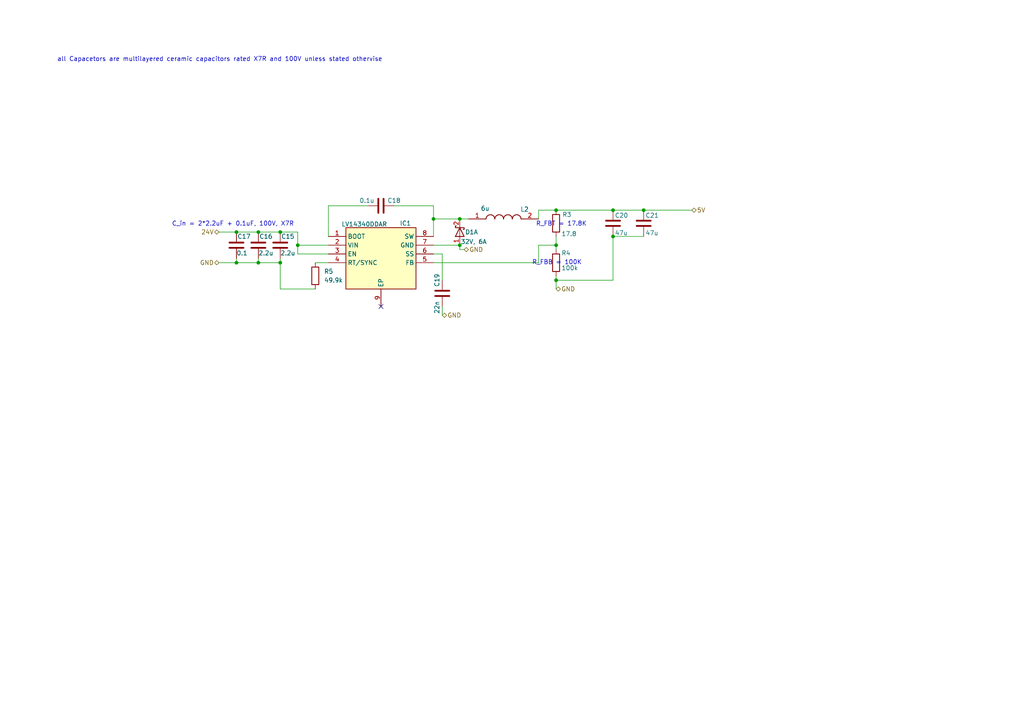
<source format=kicad_sch>
(kicad_sch
	(version 20231120)
	(generator "eeschema")
	(generator_version "8.0")
	(uuid "6e1073be-cf1e-4363-b660-90926d0fe093")
	(paper "A4")
	(title_block
		(title "24V -> 5V SMP")
		(date "2024-08-28")
		(rev "1.0")
		(company "DanSTAR")
		(comment 1 "David")
	)
	(lib_symbols
		(symbol "Device:C"
			(pin_numbers hide)
			(pin_names
				(offset 0.254)
			)
			(exclude_from_sim no)
			(in_bom yes)
			(on_board yes)
			(property "Reference" "C"
				(at 0.635 2.54 0)
				(effects
					(font
						(size 1.27 1.27)
					)
					(justify left)
				)
			)
			(property "Value" "C"
				(at 0.635 -2.54 0)
				(effects
					(font
						(size 1.27 1.27)
					)
					(justify left)
				)
			)
			(property "Footprint" ""
				(at 0.9652 -3.81 0)
				(effects
					(font
						(size 1.27 1.27)
					)
					(hide yes)
				)
			)
			(property "Datasheet" "~"
				(at 0 0 0)
				(effects
					(font
						(size 1.27 1.27)
					)
					(hide yes)
				)
			)
			(property "Description" "Unpolarized capacitor"
				(at 0 0 0)
				(effects
					(font
						(size 1.27 1.27)
					)
					(hide yes)
				)
			)
			(property "ki_keywords" "cap capacitor"
				(at 0 0 0)
				(effects
					(font
						(size 1.27 1.27)
					)
					(hide yes)
				)
			)
			(property "ki_fp_filters" "C_*"
				(at 0 0 0)
				(effects
					(font
						(size 1.27 1.27)
					)
					(hide yes)
				)
			)
			(symbol "C_0_1"
				(polyline
					(pts
						(xy -2.032 -0.762) (xy 2.032 -0.762)
					)
					(stroke
						(width 0.508)
						(type default)
					)
					(fill
						(type none)
					)
				)
				(polyline
					(pts
						(xy -2.032 0.762) (xy 2.032 0.762)
					)
					(stroke
						(width 0.508)
						(type default)
					)
					(fill
						(type none)
					)
				)
			)
			(symbol "C_1_1"
				(pin passive line
					(at 0 3.81 270)
					(length 2.794)
					(name "~"
						(effects
							(font
								(size 1.27 1.27)
							)
						)
					)
					(number "1"
						(effects
							(font
								(size 1.27 1.27)
							)
						)
					)
				)
				(pin passive line
					(at 0 -3.81 90)
					(length 2.794)
					(name "~"
						(effects
							(font
								(size 1.27 1.27)
							)
						)
					)
					(number "2"
						(effects
							(font
								(size 1.27 1.27)
							)
						)
					)
				)
			)
		)
		(symbol "Device:D_Schottky_Dual_Series_ACK_Split"
			(pin_names
				(offset 0.762) hide)
			(exclude_from_sim no)
			(in_bom yes)
			(on_board yes)
			(property "Reference" "D"
				(at 0 2.54 0)
				(effects
					(font
						(size 1.27 1.27)
					)
				)
			)
			(property "Value" "D_Schottky_Dual_Series_ACK_Split"
				(at 0 -2.54 0)
				(effects
					(font
						(size 1.27 1.27)
					)
				)
			)
			(property "Footprint" ""
				(at -2.54 -2.54 0)
				(effects
					(font
						(size 1.27 1.27)
					)
					(hide yes)
				)
			)
			(property "Datasheet" "~"
				(at -2.54 -2.54 0)
				(effects
					(font
						(size 1.27 1.27)
					)
					(hide yes)
				)
			)
			(property "Description" "Dual Schottky diode, anode/center/cathode"
				(at 0 0 0)
				(effects
					(font
						(size 1.27 1.27)
					)
					(hide yes)
				)
			)
			(property "ki_locked" ""
				(at 0 0 0)
				(effects
					(font
						(size 1.27 1.27)
					)
				)
			)
			(property "ki_keywords" "diode"
				(at 0 0 0)
				(effects
					(font
						(size 1.27 1.27)
					)
					(hide yes)
				)
			)
			(symbol "D_Schottky_Dual_Series_ACK_Split_0_1"
				(pin passive line
					(at 3.81 0 180)
					(length 2.54)
					(name "K"
						(effects
							(font
								(size 1.27 1.27)
							)
						)
					)
					(number "2"
						(effects
							(font
								(size 1.27 1.27)
							)
						)
					)
				)
			)
			(symbol "D_Schottky_Dual_Series_ACK_Split_1_1"
				(polyline
					(pts
						(xy 1.27 0) (xy -1.27 0)
					)
					(stroke
						(width 0)
						(type default)
					)
					(fill
						(type none)
					)
				)
				(polyline
					(pts
						(xy -1.27 1.27) (xy 1.27 0) (xy -1.27 -1.27) (xy -1.27 1.27) (xy -1.27 1.27) (xy -1.27 1.27)
					)
					(stroke
						(width 0.254)
						(type default)
					)
					(fill
						(type none)
					)
				)
				(polyline
					(pts
						(xy 1.778 1.016) (xy 1.778 1.27) (xy 1.27 1.27) (xy 1.27 -1.27) (xy 0.762 -1.27) (xy 0.762 -1.016)
					)
					(stroke
						(width 0.254)
						(type default)
					)
					(fill
						(type none)
					)
				)
				(pin passive line
					(at -3.81 0 0)
					(length 2.54)
					(name "A"
						(effects
							(font
								(size 1.27 1.27)
							)
						)
					)
					(number "1"
						(effects
							(font
								(size 1.27 1.27)
							)
						)
					)
				)
			)
			(symbol "D_Schottky_Dual_Series_ACK_Split_2_1"
				(polyline
					(pts
						(xy -1.27 0) (xy 1.27 0)
					)
					(stroke
						(width 0)
						(type default)
					)
					(fill
						(type none)
					)
				)
				(polyline
					(pts
						(xy -1.778 1.016) (xy -1.778 1.27) (xy -1.27 1.27) (xy -1.27 -1.27) (xy -0.762 -1.27) (xy -0.762 -1.016)
					)
					(stroke
						(width 0.254)
						(type default)
					)
					(fill
						(type none)
					)
				)
				(polyline
					(pts
						(xy 1.27 1.27) (xy -1.27 0) (xy 1.27 -1.27) (xy 1.27 1.27) (xy 1.27 1.27) (xy 1.27 1.27)
					)
					(stroke
						(width 0.254)
						(type default)
					)
					(fill
						(type none)
					)
				)
				(pin passive line
					(at -3.81 0 0)
					(length 2.54)
					(name "K"
						(effects
							(font
								(size 1.27 1.27)
							)
						)
					)
					(number "3"
						(effects
							(font
								(size 1.27 1.27)
							)
						)
					)
				)
			)
		)
		(symbol "Device:R"
			(pin_numbers hide)
			(pin_names
				(offset 0)
			)
			(exclude_from_sim no)
			(in_bom yes)
			(on_board yes)
			(property "Reference" "R"
				(at 2.032 0 90)
				(effects
					(font
						(size 1.27 1.27)
					)
				)
			)
			(property "Value" "R"
				(at 0 0 90)
				(effects
					(font
						(size 1.27 1.27)
					)
				)
			)
			(property "Footprint" ""
				(at -1.778 0 90)
				(effects
					(font
						(size 1.27 1.27)
					)
					(hide yes)
				)
			)
			(property "Datasheet" "~"
				(at 0 0 0)
				(effects
					(font
						(size 1.27 1.27)
					)
					(hide yes)
				)
			)
			(property "Description" "Resistor"
				(at 0 0 0)
				(effects
					(font
						(size 1.27 1.27)
					)
					(hide yes)
				)
			)
			(property "ki_keywords" "R res resistor"
				(at 0 0 0)
				(effects
					(font
						(size 1.27 1.27)
					)
					(hide yes)
				)
			)
			(property "ki_fp_filters" "R_*"
				(at 0 0 0)
				(effects
					(font
						(size 1.27 1.27)
					)
					(hide yes)
				)
			)
			(symbol "R_0_1"
				(rectangle
					(start -1.016 -2.54)
					(end 1.016 2.54)
					(stroke
						(width 0.254)
						(type default)
					)
					(fill
						(type none)
					)
				)
			)
			(symbol "R_1_1"
				(pin passive line
					(at 0 3.81 270)
					(length 1.27)
					(name "~"
						(effects
							(font
								(size 1.27 1.27)
							)
						)
					)
					(number "1"
						(effects
							(font
								(size 1.27 1.27)
							)
						)
					)
				)
				(pin passive line
					(at 0 -3.81 90)
					(length 1.27)
					(name "~"
						(effects
							(font
								(size 1.27 1.27)
							)
						)
					)
					(number "2"
						(effects
							(font
								(size 1.27 1.27)
							)
						)
					)
				)
			)
		)
		(symbol "SamacSys_Parts:LV14340DDAR"
			(exclude_from_sim no)
			(in_bom yes)
			(on_board yes)
			(property "Reference" "IC"
				(at 26.67 7.62 0)
				(effects
					(font
						(size 1.27 1.27)
					)
					(justify left top)
				)
			)
			(property "Value" "LV14340DDAR"
				(at 26.67 5.08 0)
				(effects
					(font
						(size 1.27 1.27)
					)
					(justify left top)
				)
			)
			(property "Footprint" "SOIC127P600X170-9N"
				(at 26.67 -94.92 0)
				(effects
					(font
						(size 1.27 1.27)
					)
					(justify left top)
					(hide yes)
				)
			)
			(property "Datasheet" "https://www.ti.com/lit/ds/symlink/lv14340.pdf?ts=1711947482949&ref_url=https%253A%252F%252Fwww.ti.com%252Fsitesearch%252Fen-us%252Fdocs%252Funiversalsearch.tsp%253FlangPref%253Den-US%2526searchTerm%253DLV14340DDAR%2526nr%253D3"
				(at 26.67 -194.92 0)
				(effects
					(font
						(size 1.27 1.27)
					)
					(justify left top)
					(hide yes)
				)
			)
			(property "Description" "Switching Voltage Regulators 40-V, 3.5-A, 2-MHz step-down converter 8-SO PowerPAD -40 to 125"
				(at 0 0 0)
				(effects
					(font
						(size 1.27 1.27)
					)
					(hide yes)
				)
			)
			(property "Height" "1.7"
				(at 26.67 -394.92 0)
				(effects
					(font
						(size 1.27 1.27)
					)
					(justify left top)
					(hide yes)
				)
			)
			(property "Mouser Part Number" "595-LV14340DDAR"
				(at 26.67 -494.92 0)
				(effects
					(font
						(size 1.27 1.27)
					)
					(justify left top)
					(hide yes)
				)
			)
			(property "Mouser Price/Stock" "https://www.mouser.co.uk/ProductDetail/Texas-Instruments/LV14340DDAR?qs=GBLSl2AkirtK9nNlOxYbSw%3D%3D"
				(at 26.67 -594.92 0)
				(effects
					(font
						(size 1.27 1.27)
					)
					(justify left top)
					(hide yes)
				)
			)
			(property "Manufacturer_Name" "Texas Instruments"
				(at 26.67 -694.92 0)
				(effects
					(font
						(size 1.27 1.27)
					)
					(justify left top)
					(hide yes)
				)
			)
			(property "Manufacturer_Part_Number" "LV14340DDAR"
				(at 26.67 -794.92 0)
				(effects
					(font
						(size 1.27 1.27)
					)
					(justify left top)
					(hide yes)
				)
			)
			(symbol "LV14340DDAR_1_1"
				(rectangle
					(start 5.08 2.54)
					(end 25.4 -15.24)
					(stroke
						(width 0.254)
						(type default)
					)
					(fill
						(type background)
					)
				)
				(pin passive line
					(at 0 0 0)
					(length 5.08)
					(name "BOOT"
						(effects
							(font
								(size 1.27 1.27)
							)
						)
					)
					(number "1"
						(effects
							(font
								(size 1.27 1.27)
							)
						)
					)
				)
				(pin passive line
					(at 0 -2.54 0)
					(length 5.08)
					(name "VIN"
						(effects
							(font
								(size 1.27 1.27)
							)
						)
					)
					(number "2"
						(effects
							(font
								(size 1.27 1.27)
							)
						)
					)
				)
				(pin passive line
					(at 0 -5.08 0)
					(length 5.08)
					(name "EN"
						(effects
							(font
								(size 1.27 1.27)
							)
						)
					)
					(number "3"
						(effects
							(font
								(size 1.27 1.27)
							)
						)
					)
				)
				(pin passive line
					(at 0 -7.62 0)
					(length 5.08)
					(name "RT/SYNC"
						(effects
							(font
								(size 1.27 1.27)
							)
						)
					)
					(number "4"
						(effects
							(font
								(size 1.27 1.27)
							)
						)
					)
				)
				(pin passive line
					(at 30.48 -7.62 180)
					(length 5.08)
					(name "FB"
						(effects
							(font
								(size 1.27 1.27)
							)
						)
					)
					(number "5"
						(effects
							(font
								(size 1.27 1.27)
							)
						)
					)
				)
				(pin passive line
					(at 30.48 -5.08 180)
					(length 5.08)
					(name "SS"
						(effects
							(font
								(size 1.27 1.27)
							)
						)
					)
					(number "6"
						(effects
							(font
								(size 1.27 1.27)
							)
						)
					)
				)
				(pin passive line
					(at 30.48 -2.54 180)
					(length 5.08)
					(name "GND"
						(effects
							(font
								(size 1.27 1.27)
							)
						)
					)
					(number "7"
						(effects
							(font
								(size 1.27 1.27)
							)
						)
					)
				)
				(pin passive line
					(at 30.48 0 180)
					(length 5.08)
					(name "SW"
						(effects
							(font
								(size 1.27 1.27)
							)
						)
					)
					(number "8"
						(effects
							(font
								(size 1.27 1.27)
							)
						)
					)
				)
				(pin passive line
					(at 15.24 -20.32 90)
					(length 5.08)
					(name "EP"
						(effects
							(font
								(size 1.27 1.27)
							)
						)
					)
					(number "9"
						(effects
							(font
								(size 1.27 1.27)
							)
						)
					)
				)
			)
		)
		(symbol "SamacSys_Parts:SRN6028C-6R0M"
			(pin_names hide)
			(exclude_from_sim no)
			(in_bom yes)
			(on_board yes)
			(property "Reference" "L"
				(at 16.51 6.35 0)
				(effects
					(font
						(size 1.27 1.27)
					)
					(justify left top)
				)
			)
			(property "Value" "SRN6028C-6R0M"
				(at 16.51 3.81 0)
				(effects
					(font
						(size 1.27 1.27)
					)
					(justify left top)
				)
			)
			(property "Footprint" "SRN6028C6R0M"
				(at 16.51 -96.19 0)
				(effects
					(font
						(size 1.27 1.27)
					)
					(justify left top)
					(hide yes)
				)
			)
			(property "Datasheet" "https://www.bourns.com/data/global/pdfs/SRN6028.pdf"
				(at 16.51 -196.19 0)
				(effects
					(font
						(size 1.27 1.27)
					)
					(justify left top)
					(hide yes)
				)
			)
			(property "Description" "Power Inductors - SMD Ind,6.0x6.0x2.6mm,6uH+/-20%,2.8A,shd"
				(at 0 0 0)
				(effects
					(font
						(size 1.27 1.27)
					)
					(hide yes)
				)
			)
			(property "Height" "2.8"
				(at 16.51 -396.19 0)
				(effects
					(font
						(size 1.27 1.27)
					)
					(justify left top)
					(hide yes)
				)
			)
			(property "Mouser Part Number" "652-SRN6028C-6R0M"
				(at 16.51 -496.19 0)
				(effects
					(font
						(size 1.27 1.27)
					)
					(justify left top)
					(hide yes)
				)
			)
			(property "Mouser Price/Stock" "https://www.mouser.co.uk/ProductDetail/Bourns/SRN6028C-6R0M?qs=ulEaXIWI0c8Ng0u6z%2F4vRg%3D%3D"
				(at 16.51 -596.19 0)
				(effects
					(font
						(size 1.27 1.27)
					)
					(justify left top)
					(hide yes)
				)
			)
			(property "Manufacturer_Name" "Bourns"
				(at 16.51 -696.19 0)
				(effects
					(font
						(size 1.27 1.27)
					)
					(justify left top)
					(hide yes)
				)
			)
			(property "Manufacturer_Part_Number" "SRN6028C-6R0M"
				(at 16.51 -796.19 0)
				(effects
					(font
						(size 1.27 1.27)
					)
					(justify left top)
					(hide yes)
				)
			)
			(symbol "SRN6028C-6R0M_1_1"
				(arc
					(start 7.62 0)
					(mid 6.35 1.219)
					(end 5.08 0)
					(stroke
						(width 0.254)
						(type default)
					)
					(fill
						(type none)
					)
				)
				(arc
					(start 10.16 0)
					(mid 8.89 1.219)
					(end 7.62 0)
					(stroke
						(width 0.254)
						(type default)
					)
					(fill
						(type none)
					)
				)
				(arc
					(start 12.7 0)
					(mid 11.43 1.219)
					(end 10.16 0)
					(stroke
						(width 0.254)
						(type default)
					)
					(fill
						(type none)
					)
				)
				(arc
					(start 15.24 0)
					(mid 13.97 1.219)
					(end 12.7 0)
					(stroke
						(width 0.254)
						(type default)
					)
					(fill
						(type none)
					)
				)
				(pin passive line
					(at 0 0 0)
					(length 5.08)
					(name "1"
						(effects
							(font
								(size 1.27 1.27)
							)
						)
					)
					(number "1"
						(effects
							(font
								(size 1.27 1.27)
							)
						)
					)
				)
				(pin passive line
					(at 20.32 0 180)
					(length 5.08)
					(name "2"
						(effects
							(font
								(size 1.27 1.27)
							)
						)
					)
					(number "2"
						(effects
							(font
								(size 1.27 1.27)
							)
						)
					)
				)
			)
		)
	)
	(junction
		(at 133.35 63.5)
		(diameter 0)
		(color 0 0 0 0)
		(uuid "063c659d-4995-456b-b0fc-9f36359aed1b")
	)
	(junction
		(at 68.58 67.31)
		(diameter 0)
		(color 0 0 0 0)
		(uuid "10c7a97f-ee70-4cf4-a4ac-2ac8e59bd54f")
	)
	(junction
		(at 125.73 63.5)
		(diameter 0)
		(color 0 0 0 0)
		(uuid "141ad0f8-37e3-4f62-9f58-af0d2b50afd9")
	)
	(junction
		(at 161.29 81.28)
		(diameter 0)
		(color 0 0 0 0)
		(uuid "14fb9af0-190a-4cb7-aacd-003a81e5bba9")
	)
	(junction
		(at 161.29 71.12)
		(diameter 0)
		(color 0 0 0 0)
		(uuid "1581bb9c-7aaa-49cf-9cc9-1b7bf9f3943c")
	)
	(junction
		(at 186.69 60.96)
		(diameter 0)
		(color 0 0 0 0)
		(uuid "28b4f550-f49b-4555-a6ac-34d7c8f1c199")
	)
	(junction
		(at 86.36 71.12)
		(diameter 0)
		(color 0 0 0 0)
		(uuid "3e5f8259-19e5-49d6-98d8-f078847b8c87")
	)
	(junction
		(at 74.93 67.31)
		(diameter 0)
		(color 0 0 0 0)
		(uuid "4425e1ab-4303-4b09-ab5a-79161def7162")
	)
	(junction
		(at 177.8 60.96)
		(diameter 0)
		(color 0 0 0 0)
		(uuid "54caf865-b7fe-4a59-b785-d0f39e35cdc3")
	)
	(junction
		(at 177.8 68.58)
		(diameter 0)
		(color 0 0 0 0)
		(uuid "67d6ab93-f346-403c-9be9-0fd4c52f7619")
	)
	(junction
		(at 161.29 60.96)
		(diameter 0)
		(color 0 0 0 0)
		(uuid "99e4d5ac-32fe-4097-8eb5-23a169a555b7")
	)
	(junction
		(at 133.35 71.12)
		(diameter 0)
		(color 0 0 0 0)
		(uuid "aff571d2-1a26-4286-9009-3a710e642f09")
	)
	(junction
		(at 74.93 76.2)
		(diameter 0)
		(color 0 0 0 0)
		(uuid "c5431f70-67fb-41ec-8e0a-60a6bfd6d279")
	)
	(junction
		(at 81.28 76.2)
		(diameter 0)
		(color 0 0 0 0)
		(uuid "d034ad6c-544f-4ae0-98d8-632ea4c2e7f5")
	)
	(junction
		(at 68.58 76.2)
		(diameter 0)
		(color 0 0 0 0)
		(uuid "d2c2fcf2-5bc6-4523-84c4-e3a8bd3fdfd3")
	)
	(junction
		(at 81.28 67.31)
		(diameter 0)
		(color 0 0 0 0)
		(uuid "ef44f13f-66ef-466c-8e8c-87e7f31bd35d")
	)
	(no_connect
		(at 110.49 88.9)
		(uuid "626de073-ae1f-401d-a553-e276d18c96ed")
	)
	(wire
		(pts
			(xy 125.73 76.2) (xy 156.21 76.2)
		)
		(stroke
			(width 0)
			(type default)
		)
		(uuid "039754db-38b8-4a25-b24a-4fbf8a088e2f")
	)
	(wire
		(pts
			(xy 63.5 67.31) (xy 68.58 67.31)
		)
		(stroke
			(width 0)
			(type default)
		)
		(uuid "0f5a4473-9412-4a79-94dc-cc72f2e4901f")
	)
	(wire
		(pts
			(xy 200.66 60.96) (xy 186.69 60.96)
		)
		(stroke
			(width 0)
			(type default)
		)
		(uuid "10b6e517-223d-4bfa-a49c-e148cee77b85")
	)
	(wire
		(pts
			(xy 134.62 72.39) (xy 133.35 72.39)
		)
		(stroke
			(width 0)
			(type default)
		)
		(uuid "1de347f1-9e75-401b-8002-d887c7fe51c4")
	)
	(wire
		(pts
			(xy 63.5 76.2) (xy 68.58 76.2)
		)
		(stroke
			(width 0)
			(type default)
		)
		(uuid "2899cb1d-b526-4d9e-b6d9-84ba050bfa26")
	)
	(wire
		(pts
			(xy 125.73 71.12) (xy 133.35 71.12)
		)
		(stroke
			(width 0)
			(type default)
		)
		(uuid "2ab1adec-4cf4-45b6-b5ab-4e9819251e2d")
	)
	(wire
		(pts
			(xy 81.28 74.93) (xy 81.28 76.2)
		)
		(stroke
			(width 0)
			(type default)
		)
		(uuid "2ca90fc8-094f-417c-8d7e-8f7c7b5f07f1")
	)
	(wire
		(pts
			(xy 74.93 76.2) (xy 68.58 76.2)
		)
		(stroke
			(width 0)
			(type default)
		)
		(uuid "3102e7e9-0dd7-49b1-903a-11849fa6b055")
	)
	(wire
		(pts
			(xy 161.29 81.28) (xy 161.29 80.01)
		)
		(stroke
			(width 0)
			(type default)
		)
		(uuid "322f8e1f-dd93-418a-9dc0-2de5703537e4")
	)
	(wire
		(pts
			(xy 91.44 76.2) (xy 95.25 76.2)
		)
		(stroke
			(width 0)
			(type default)
		)
		(uuid "3613ba97-38d6-47d6-aa67-68bad0b039ff")
	)
	(wire
		(pts
			(xy 95.25 68.58) (xy 95.25 59.69)
		)
		(stroke
			(width 0)
			(type default)
		)
		(uuid "3674911b-166d-4217-93bc-8d434c43bb53")
	)
	(wire
		(pts
			(xy 95.25 59.69) (xy 106.68 59.69)
		)
		(stroke
			(width 0)
			(type default)
		)
		(uuid "412e3b28-80fe-4896-aef4-82a508508b5c")
	)
	(wire
		(pts
			(xy 86.36 73.66) (xy 95.25 73.66)
		)
		(stroke
			(width 0)
			(type default)
		)
		(uuid "43665037-27ef-4495-81e3-0c868960764b")
	)
	(wire
		(pts
			(xy 161.29 71.12) (xy 156.21 71.12)
		)
		(stroke
			(width 0)
			(type default)
		)
		(uuid "56d1ae9d-b9c3-42da-bf91-304d28d24157")
	)
	(wire
		(pts
			(xy 133.35 72.39) (xy 133.35 71.12)
		)
		(stroke
			(width 0)
			(type default)
		)
		(uuid "6a70704a-fcb4-4877-aa82-c554c56b25ad")
	)
	(wire
		(pts
			(xy 161.29 71.12) (xy 161.29 68.58)
		)
		(stroke
			(width 0)
			(type default)
		)
		(uuid "6f99119a-abb1-42f2-9878-cc98a5d5538c")
	)
	(wire
		(pts
			(xy 86.36 71.12) (xy 95.25 71.12)
		)
		(stroke
			(width 0)
			(type default)
		)
		(uuid "71f79a39-a38e-447f-bcec-0db704d3fb61")
	)
	(wire
		(pts
			(xy 161.29 60.96) (xy 156.21 60.96)
		)
		(stroke
			(width 0)
			(type default)
		)
		(uuid "74e88646-ecfd-4f4f-8e7a-018411049b6b")
	)
	(wire
		(pts
			(xy 125.73 68.58) (xy 125.73 63.5)
		)
		(stroke
			(width 0)
			(type default)
		)
		(uuid "7da846dd-dff9-418d-8ed3-e2b276f465d6")
	)
	(wire
		(pts
			(xy 177.8 81.28) (xy 177.8 68.58)
		)
		(stroke
			(width 0)
			(type default)
		)
		(uuid "7ef1eb0b-e198-40ab-ae7a-d3b7cba0edb1")
	)
	(wire
		(pts
			(xy 68.58 76.2) (xy 68.58 74.93)
		)
		(stroke
			(width 0)
			(type default)
		)
		(uuid "8d38be6c-7c6b-4e15-9224-0222c96d37aa")
	)
	(wire
		(pts
			(xy 81.28 67.31) (xy 86.36 67.31)
		)
		(stroke
			(width 0)
			(type default)
		)
		(uuid "8d9b816c-1d3c-4f02-8ad8-a3fa0ea9e2bb")
	)
	(wire
		(pts
			(xy 125.73 59.69) (xy 114.3 59.69)
		)
		(stroke
			(width 0)
			(type default)
		)
		(uuid "93ffcb4b-25c0-4739-a613-12388802cf1b")
	)
	(wire
		(pts
			(xy 177.8 68.58) (xy 186.69 68.58)
		)
		(stroke
			(width 0)
			(type default)
		)
		(uuid "957787ab-79d7-43b3-81ff-85071b19b158")
	)
	(wire
		(pts
			(xy 68.58 67.31) (xy 74.93 67.31)
		)
		(stroke
			(width 0)
			(type default)
		)
		(uuid "9afa8240-ce1f-49be-b75d-062e0be7edad")
	)
	(wire
		(pts
			(xy 125.73 63.5) (xy 133.35 63.5)
		)
		(stroke
			(width 0)
			(type default)
		)
		(uuid "9bff710a-22bd-4843-9e02-040629343379")
	)
	(wire
		(pts
			(xy 91.44 83.82) (xy 81.28 83.82)
		)
		(stroke
			(width 0)
			(type default)
		)
		(uuid "9c604468-a0a3-4c4c-8420-fd60a3c03666")
	)
	(wire
		(pts
			(xy 161.29 83.82) (xy 161.29 81.28)
		)
		(stroke
			(width 0)
			(type default)
		)
		(uuid "9d8b9ce0-a68e-4ade-9279-65264e6aca5a")
	)
	(wire
		(pts
			(xy 156.21 60.96) (xy 156.21 63.5)
		)
		(stroke
			(width 0)
			(type default)
		)
		(uuid "a239532e-d5d8-4455-9b49-7a64522ff606")
	)
	(wire
		(pts
			(xy 135.89 63.5) (xy 133.35 63.5)
		)
		(stroke
			(width 0)
			(type default)
		)
		(uuid "a30b2f7b-7b41-415f-b6c2-fbd8d401a424")
	)
	(wire
		(pts
			(xy 86.36 71.12) (xy 86.36 67.31)
		)
		(stroke
			(width 0)
			(type default)
		)
		(uuid "a3eff06d-88f8-493c-a2ee-f3e6f7969c46")
	)
	(wire
		(pts
			(xy 161.29 81.28) (xy 177.8 81.28)
		)
		(stroke
			(width 0)
			(type default)
		)
		(uuid "b40464a1-89eb-47fc-8afe-5fef1d4d382b")
	)
	(wire
		(pts
			(xy 125.73 63.5) (xy 125.73 59.69)
		)
		(stroke
			(width 0)
			(type default)
		)
		(uuid "b444daea-05f1-489f-8453-e2cec4f9c875")
	)
	(wire
		(pts
			(xy 156.21 71.12) (xy 156.21 76.2)
		)
		(stroke
			(width 0)
			(type default)
		)
		(uuid "b5ae267a-7298-4dca-b532-fb5725c45573")
	)
	(wire
		(pts
			(xy 161.29 72.39) (xy 161.29 71.12)
		)
		(stroke
			(width 0)
			(type default)
		)
		(uuid "b93be161-6dc5-482f-8d59-4f23552299b7")
	)
	(wire
		(pts
			(xy 161.29 60.96) (xy 177.8 60.96)
		)
		(stroke
			(width 0)
			(type default)
		)
		(uuid "c4b7e522-19d1-4d92-a2a3-84bf084969fb")
	)
	(wire
		(pts
			(xy 74.93 74.93) (xy 74.93 76.2)
		)
		(stroke
			(width 0)
			(type default)
		)
		(uuid "c63e9f6b-1041-4b1c-a176-926fa5bc0973")
	)
	(wire
		(pts
			(xy 128.27 91.44) (xy 128.27 88.9)
		)
		(stroke
			(width 0)
			(type default)
		)
		(uuid "d16b3794-a822-4a52-a2c5-38eb370d8e2e")
	)
	(wire
		(pts
			(xy 125.73 73.66) (xy 128.27 73.66)
		)
		(stroke
			(width 0)
			(type default)
		)
		(uuid "d2c53f4d-fa28-4901-98cb-39d910f4abd0")
	)
	(wire
		(pts
			(xy 86.36 73.66) (xy 86.36 71.12)
		)
		(stroke
			(width 0)
			(type default)
		)
		(uuid "d555c015-5509-4497-8b8e-9ad770133dba")
	)
	(wire
		(pts
			(xy 128.27 73.66) (xy 128.27 81.28)
		)
		(stroke
			(width 0)
			(type default)
		)
		(uuid "df554e06-ae4d-4f29-b088-47dfd34e9b2c")
	)
	(wire
		(pts
			(xy 177.8 60.96) (xy 186.69 60.96)
		)
		(stroke
			(width 0)
			(type default)
		)
		(uuid "e0e311bf-10a0-4f82-8326-f3d9b3ac4dd3")
	)
	(wire
		(pts
			(xy 74.93 67.31) (xy 81.28 67.31)
		)
		(stroke
			(width 0)
			(type default)
		)
		(uuid "e9799aac-3670-42ce-a669-a5bdd75b62fb")
	)
	(wire
		(pts
			(xy 81.28 83.82) (xy 81.28 76.2)
		)
		(stroke
			(width 0)
			(type default)
		)
		(uuid "f77ec985-7259-433d-8c80-a6dd70a0c794")
	)
	(wire
		(pts
			(xy 81.28 76.2) (xy 74.93 76.2)
		)
		(stroke
			(width 0)
			(type default)
		)
		(uuid "f88a0053-b48b-497c-8a60-aa9231967137")
	)
	(text "R_FBT = 17.8K"
		(exclude_from_sim no)
		(at 162.814 65.024 0)
		(effects
			(font
				(size 1.27 1.27)
			)
		)
		(uuid "040207d7-0e7e-43c9-a18f-7a98ffa14481")
	)
	(text "R_FBB = 100K"
		(exclude_from_sim no)
		(at 161.544 76.2 0)
		(effects
			(font
				(size 1.27 1.27)
			)
		)
		(uuid "644d4b72-71b9-48cc-b82a-8762c004bbb5")
	)
	(text "C_in = 2*2.2uF + 0.1uF, 100V, X7R"
		(exclude_from_sim no)
		(at 67.564 65.024 0)
		(effects
			(font
				(size 1.27 1.27)
			)
		)
		(uuid "cb16d527-31fc-4517-a164-03fff6c7b9da")
	)
	(text "all Capacetors are multilayered ceramic capacitors rated X7R and 100V unless stated othervise"
		(exclude_from_sim no)
		(at 63.754 17.272 0)
		(effects
			(font
				(size 1.27 1.27)
			)
		)
		(uuid "f5e57018-b6d5-4ac0-a8d3-db78f33f9d09")
	)
	(hierarchical_label "24V"
		(shape bidirectional)
		(at 63.5 67.31 180)
		(fields_autoplaced yes)
		(effects
			(font
				(size 1.27 1.27)
			)
			(justify right)
		)
		(uuid "019c50c8-c7a4-4fc9-ba63-cc97a7b20ce1")
	)
	(hierarchical_label "GND"
		(shape bidirectional)
		(at 161.29 83.82 0)
		(fields_autoplaced yes)
		(effects
			(font
				(size 1.27 1.27)
			)
			(justify left)
		)
		(uuid "2e095247-54dc-4b30-a7b0-54634d35ab09")
	)
	(hierarchical_label "GND"
		(shape bidirectional)
		(at 128.27 91.44 0)
		(fields_autoplaced yes)
		(effects
			(font
				(size 1.27 1.27)
			)
			(justify left)
		)
		(uuid "a31a26aa-d722-4437-ade6-28824bd2a6a3")
	)
	(hierarchical_label "GND"
		(shape bidirectional)
		(at 63.5 76.2 180)
		(fields_autoplaced yes)
		(effects
			(font
				(size 1.27 1.27)
			)
			(justify right)
		)
		(uuid "b7266f6e-e56a-4ad8-aa9d-92e9b63454d1")
	)
	(hierarchical_label "5V"
		(shape bidirectional)
		(at 200.66 60.96 0)
		(fields_autoplaced yes)
		(effects
			(font
				(size 1.27 1.27)
			)
			(justify left)
		)
		(uuid "d2fabd70-cb4d-4cb4-a762-a2b06fa03d6a")
	)
	(hierarchical_label "GND"
		(shape bidirectional)
		(at 134.62 72.39 0)
		(fields_autoplaced yes)
		(effects
			(font
				(size 1.27 1.27)
			)
			(justify left)
		)
		(uuid "e6979da4-031e-44aa-ba91-0cd662e66856")
	)
	(symbol
		(lib_id "SamacSys_Parts:SRN6028C-6R0M")
		(at 135.89 63.5 0)
		(unit 1)
		(exclude_from_sim no)
		(in_bom yes)
		(on_board yes)
		(dnp no)
		(uuid "07386dd7-a0b5-45cc-9cd8-4bb6f8c5a6cc")
		(property "Reference" "L2"
			(at 152.146 60.706 0)
			(effects
				(font
					(size 1.27 1.27)
				)
			)
		)
		(property "Value" "6u"
			(at 140.716 60.452 0)
			(effects
				(font
					(size 1.27 1.27)
				)
			)
		)
		(property "Footprint" "SamacSys_Parts:SRN6028C6R0M"
			(at 152.4 159.69 0)
			(effects
				(font
					(size 1.27 1.27)
				)
				(justify left top)
				(hide yes)
			)
		)
		(property "Datasheet" "https://www.bourns.com/data/global/pdfs/SRN6028.pdf"
			(at 152.4 259.69 0)
			(effects
				(font
					(size 1.27 1.27)
				)
				(justify left top)
				(hide yes)
			)
		)
		(property "Description" "Power Inductors - SMD Ind,6.0x6.0x2.6mm,6uH+/-20%,2.8A,shd"
			(at 135.89 63.5 0)
			(effects
				(font
					(size 1.27 1.27)
				)
				(hide yes)
			)
		)
		(property "Height" "2.8"
			(at 152.4 459.69 0)
			(effects
				(font
					(size 1.27 1.27)
				)
				(justify left top)
				(hide yes)
			)
		)
		(property "Mouser Part Number" "652-SRN6028C-6R0M"
			(at 152.4 559.69 0)
			(effects
				(font
					(size 1.27 1.27)
				)
				(justify left top)
				(hide yes)
			)
		)
		(property "Mouser Price/Stock" "https://www.mouser.co.uk/ProductDetail/Bourns/SRN6028C-6R0M?qs=ulEaXIWI0c8Ng0u6z%2F4vRg%3D%3D"
			(at 152.4 659.69 0)
			(effects
				(font
					(size 1.27 1.27)
				)
				(justify left top)
				(hide yes)
			)
		)
		(property "Manufacturer_Name" "Bourns"
			(at 152.4 759.69 0)
			(effects
				(font
					(size 1.27 1.27)
				)
				(justify left top)
				(hide yes)
			)
		)
		(property "Manufacturer_Part_Number" "SRN6028C-6R0M"
			(at 152.4 859.69 0)
			(effects
				(font
					(size 1.27 1.27)
				)
				(justify left top)
				(hide yes)
			)
		)
		(pin "1"
			(uuid "7f96b116-f389-4734-86cd-3bdfcd9067f0")
		)
		(pin "2"
			(uuid "325d65ae-04c7-4778-a3d2-b91d2fe99303")
		)
		(instances
			(project "STM32H755_template"
				(path "/50eadca9-d051-4a9c-a278-e993b1b95ecb/bd5d5933-5f4b-4a82-90e2-4a77d7916fd6"
					(reference "L2")
					(unit 1)
				)
			)
		)
	)
	(symbol
		(lib_id "Device:C")
		(at 74.93 71.12 0)
		(unit 1)
		(exclude_from_sim no)
		(in_bom yes)
		(on_board yes)
		(dnp no)
		(uuid "130bcc2c-65fc-4eb9-b24a-83fd162eb867")
		(property "Reference" "C16"
			(at 75.184 68.58 0)
			(effects
				(font
					(size 1.27 1.27)
				)
				(justify left)
			)
		)
		(property "Value" "2.2u"
			(at 74.93 73.406 0)
			(effects
				(font
					(size 1.27 1.27)
				)
				(justify left)
			)
		)
		(property "Footprint" "Capacitor_SMD:C_0603_1608Metric"
			(at 75.8952 74.93 0)
			(effects
				(font
					(size 1.27 1.27)
				)
				(hide yes)
			)
		)
		(property "Datasheet" "~"
			(at 74.93 71.12 0)
			(effects
				(font
					(size 1.27 1.27)
				)
				(hide yes)
			)
		)
		(property "Description" "C_in, 100V, X7R"
			(at 72.898 73.406 0)
			(effects
				(font
					(size 1.27 1.27)
				)
				(hide yes)
			)
		)
		(pin "1"
			(uuid "70187825-3b95-4450-acc0-12111e14aee1")
		)
		(pin "2"
			(uuid "00b00762-7622-4148-8585-63808fb4bd49")
		)
		(instances
			(project "STM32H755_template"
				(path "/50eadca9-d051-4a9c-a278-e993b1b95ecb/bd5d5933-5f4b-4a82-90e2-4a77d7916fd6"
					(reference "C16")
					(unit 1)
				)
			)
		)
	)
	(symbol
		(lib_id "SamacSys_Parts:LV14340DDAR")
		(at 95.25 68.58 0)
		(unit 1)
		(exclude_from_sim no)
		(in_bom yes)
		(on_board yes)
		(dnp no)
		(uuid "22280ca5-c78b-483e-a905-b3d230a28d33")
		(property "Reference" "IC1"
			(at 117.602 64.77 0)
			(effects
				(font
					(size 1.27 1.27)
				)
			)
		)
		(property "Value" "LV14340DDAR"
			(at 105.664 65.024 0)
			(effects
				(font
					(size 1.27 1.27)
				)
			)
		)
		(property "Footprint" "SamacSys_Parts:SOIC127P600X170-9N"
			(at 121.92 163.5 0)
			(effects
				(font
					(size 1.27 1.27)
				)
				(justify left top)
				(hide yes)
			)
		)
		(property "Datasheet" "https://www.ti.com/lit/ds/symlink/lv14340.pdf?ts=1711947482949&ref_url=https%253A%252F%252Fwww.ti.com%252Fsitesearch%252Fen-us%252Fdocs%252Funiversalsearch.tsp%253FlangPref%253Den-US%2526searchTerm%253DLV14340DDAR%2526nr%253D3"
			(at 121.92 263.5 0)
			(effects
				(font
					(size 1.27 1.27)
				)
				(justify left top)
				(hide yes)
			)
		)
		(property "Description" "Switching Voltage Regulators 40-V, 3.5-A, 2-MHz step-down converter 8-SO PowerPAD -40 to 125"
			(at 95.25 68.58 0)
			(effects
				(font
					(size 1.27 1.27)
				)
				(hide yes)
			)
		)
		(property "Height" "1.7"
			(at 121.92 463.5 0)
			(effects
				(font
					(size 1.27 1.27)
				)
				(justify left top)
				(hide yes)
			)
		)
		(property "Mouser Part Number" "595-LV14340DDAR"
			(at 121.92 563.5 0)
			(effects
				(font
					(size 1.27 1.27)
				)
				(justify left top)
				(hide yes)
			)
		)
		(property "Mouser Price/Stock" "https://www.mouser.co.uk/ProductDetail/Texas-Instruments/LV14340DDAR?qs=GBLSl2AkirtK9nNlOxYbSw%3D%3D"
			(at 121.92 663.5 0)
			(effects
				(font
					(size 1.27 1.27)
				)
				(justify left top)
				(hide yes)
			)
		)
		(property "Manufacturer_Name" "Texas Instruments"
			(at 121.92 763.5 0)
			(effects
				(font
					(size 1.27 1.27)
				)
				(justify left top)
				(hide yes)
			)
		)
		(property "Manufacturer_Part_Number" "LV14340DDAR"
			(at 121.92 863.5 0)
			(effects
				(font
					(size 1.27 1.27)
				)
				(justify left top)
				(hide yes)
			)
		)
		(pin "1"
			(uuid "97c38e20-b26a-4909-9f55-e6128d41dd87")
		)
		(pin "6"
			(uuid "7a0b900d-c947-4356-b4b5-5b514e08db6b")
		)
		(pin "5"
			(uuid "1363197a-e9de-4728-a1b9-255033e884f7")
		)
		(pin "4"
			(uuid "949184b9-5be5-46f1-a27e-dff6f407ccfa")
		)
		(pin "3"
			(uuid "1329b203-3cd6-48ac-970d-d4c14fbba556")
		)
		(pin "7"
			(uuid "cbe6d8e5-e918-40bb-8d2d-bc67f5851474")
		)
		(pin "9"
			(uuid "82e8e394-403d-4009-900f-c0314c6330d3")
		)
		(pin "2"
			(uuid "162ff01b-f3f0-44be-94ee-fc1048abc610")
		)
		(pin "8"
			(uuid "24355869-5a4f-4e94-8d4c-0cef97cf98ea")
		)
		(instances
			(project "STM32H755_template"
				(path "/50eadca9-d051-4a9c-a278-e993b1b95ecb/bd5d5933-5f4b-4a82-90e2-4a77d7916fd6"
					(reference "IC1")
					(unit 1)
				)
			)
		)
	)
	(symbol
		(lib_id "Device:C")
		(at 68.58 71.12 0)
		(unit 1)
		(exclude_from_sim no)
		(in_bom yes)
		(on_board yes)
		(dnp no)
		(uuid "2536aea1-dd7e-413e-a230-7e719b1285bf")
		(property "Reference" "C17"
			(at 68.834 68.58 0)
			(effects
				(font
					(size 1.27 1.27)
				)
				(justify left)
			)
		)
		(property "Value" "0.1"
			(at 68.58 73.406 0)
			(effects
				(font
					(size 1.27 1.27)
				)
				(justify left)
			)
		)
		(property "Footprint" "Capacitor_SMD:C_0603_1608Metric"
			(at 69.5452 74.93 0)
			(effects
				(font
					(size 1.27 1.27)
				)
				(hide yes)
			)
		)
		(property "Datasheet" "~"
			(at 68.58 71.12 0)
			(effects
				(font
					(size 1.27 1.27)
				)
				(hide yes)
			)
		)
		(property "Description" "C_in, 100V, X7R"
			(at 66.548 73.406 0)
			(effects
				(font
					(size 1.27 1.27)
				)
				(hide yes)
			)
		)
		(pin "1"
			(uuid "5895cf4c-ed17-44f4-b06f-e3b096869a72")
		)
		(pin "2"
			(uuid "c7a1208b-c3f4-4bbb-8946-2d2400ba3ae2")
		)
		(instances
			(project "STM32H755_template"
				(path "/50eadca9-d051-4a9c-a278-e993b1b95ecb/bd5d5933-5f4b-4a82-90e2-4a77d7916fd6"
					(reference "C17")
					(unit 1)
				)
			)
		)
	)
	(symbol
		(lib_id "Device:C")
		(at 110.49 59.69 90)
		(unit 1)
		(exclude_from_sim no)
		(in_bom yes)
		(on_board yes)
		(dnp no)
		(uuid "2a4716dd-c1e7-4564-84cf-337bf0956d4b")
		(property "Reference" "C18"
			(at 114.3 58.166 90)
			(effects
				(font
					(size 1.27 1.27)
				)
			)
		)
		(property "Value" "0.1u"
			(at 106.426 58.166 90)
			(effects
				(font
					(size 1.27 1.27)
				)
			)
		)
		(property "Footprint" "Capacitor_SMD:C_0603_1608Metric"
			(at 114.3 58.7248 0)
			(effects
				(font
					(size 1.27 1.27)
				)
				(hide yes)
			)
		)
		(property "Datasheet" "~"
			(at 110.49 59.69 0)
			(effects
				(font
					(size 1.27 1.27)
				)
				(hide yes)
			)
		)
		(property "Description" "Unpolarized capacitor"
			(at 110.49 59.69 0)
			(effects
				(font
					(size 1.27 1.27)
				)
				(hide yes)
			)
		)
		(pin "1"
			(uuid "aed17dbb-79f7-4f8e-ab87-50dee4ff086f")
		)
		(pin "2"
			(uuid "4ccd44ff-7e95-444e-9ec3-c1067f6491cb")
		)
		(instances
			(project "STM32H755_template"
				(path "/50eadca9-d051-4a9c-a278-e993b1b95ecb/bd5d5933-5f4b-4a82-90e2-4a77d7916fd6"
					(reference "C18")
					(unit 1)
				)
			)
		)
	)
	(symbol
		(lib_id "Device:C")
		(at 177.8 64.77 0)
		(unit 1)
		(exclude_from_sim no)
		(in_bom yes)
		(on_board yes)
		(dnp no)
		(uuid "482adf19-6fdf-4ece-8197-33573fbc667e")
		(property "Reference" "C20"
			(at 178.308 62.484 0)
			(effects
				(font
					(size 1.27 1.27)
				)
				(justify left)
			)
		)
		(property "Value" "47u"
			(at 178.308 67.564 0)
			(effects
				(font
					(size 1.27 1.27)
				)
				(justify left)
			)
		)
		(property "Footprint" "Capacitor_SMD:C_0603_1608Metric"
			(at 178.7652 68.58 0)
			(effects
				(font
					(size 1.27 1.27)
				)
				(hide yes)
			)
		)
		(property "Datasheet" "~"
			(at 177.8 64.77 0)
			(effects
				(font
					(size 1.27 1.27)
				)
				(hide yes)
			)
		)
		(property "Description" "Unpolarized capacitor"
			(at 177.8 64.77 0)
			(effects
				(font
					(size 1.27 1.27)
				)
				(hide yes)
			)
		)
		(pin "1"
			(uuid "31a7fb03-a874-47de-b7b4-91cb9b0e6609")
		)
		(pin "2"
			(uuid "a1967f83-792d-4e41-8f6a-567b2f1f4608")
		)
		(instances
			(project "STM32H755_template"
				(path "/50eadca9-d051-4a9c-a278-e993b1b95ecb/bd5d5933-5f4b-4a82-90e2-4a77d7916fd6"
					(reference "C20")
					(unit 1)
				)
			)
		)
	)
	(symbol
		(lib_id "Device:C")
		(at 128.27 85.09 180)
		(unit 1)
		(exclude_from_sim no)
		(in_bom yes)
		(on_board yes)
		(dnp no)
		(uuid "4cbe6698-c59a-41ae-83fe-4e591b621cd4")
		(property "Reference" "C19"
			(at 126.746 81.28 90)
			(effects
				(font
					(size 1.27 1.27)
				)
			)
		)
		(property "Value" "22n"
			(at 126.746 89.154 90)
			(effects
				(font
					(size 1.27 1.27)
				)
			)
		)
		(property "Footprint" "Capacitor_SMD:C_0603_1608Metric"
			(at 127.3048 81.28 0)
			(effects
				(font
					(size 1.27 1.27)
				)
				(hide yes)
			)
		)
		(property "Datasheet" "~"
			(at 128.27 85.09 0)
			(effects
				(font
					(size 1.27 1.27)
				)
				(hide yes)
			)
		)
		(property "Description" "Unpolarized capacitor"
			(at 128.27 85.09 0)
			(effects
				(font
					(size 1.27 1.27)
				)
				(hide yes)
			)
		)
		(pin "1"
			(uuid "a0f302ca-a5c0-419d-8755-2031d11048c4")
		)
		(pin "2"
			(uuid "83664527-f070-446e-abbe-3537d93014eb")
		)
		(instances
			(project "STM32H755_template"
				(path "/50eadca9-d051-4a9c-a278-e993b1b95ecb/bd5d5933-5f4b-4a82-90e2-4a77d7916fd6"
					(reference "C19")
					(unit 1)
				)
			)
		)
	)
	(symbol
		(lib_id "Device:D_Schottky_Dual_Series_ACK_Split")
		(at 133.35 67.31 90)
		(unit 1)
		(exclude_from_sim no)
		(in_bom yes)
		(on_board yes)
		(dnp no)
		(uuid "5eb4281b-8c41-4d95-9be9-2df0eede3b6c")
		(property "Reference" "D1"
			(at 134.874 67.31 90)
			(effects
				(font
					(size 1.27 1.27)
				)
				(justify right)
			)
		)
		(property "Value" "32V, 6A"
			(at 133.604 70.104 90)
			(effects
				(font
					(size 1.27 1.27)
				)
				(justify right)
			)
		)
		(property "Footprint" "Diode_SMD:D_0603_1608Metric"
			(at 135.89 69.85 0)
			(effects
				(font
					(size 1.27 1.27)
				)
				(hide yes)
			)
		)
		(property "Datasheet" "~"
			(at 135.89 69.85 0)
			(effects
				(font
					(size 1.27 1.27)
				)
				(hide yes)
			)
		)
		(property "Description" "Dual Schottky diode, anode/center/cathode"
			(at 133.35 67.31 0)
			(effects
				(font
					(size 1.27 1.27)
				)
				(hide yes)
			)
		)
		(pin "2"
			(uuid "2f58acf8-deae-4307-b727-9c39362c7c65")
		)
		(pin "1"
			(uuid "d314dc2b-330a-4fff-9eb8-7f7cb6e0c52d")
		)
		(pin "3"
			(uuid "1636bab6-4d21-4f05-b79f-56f1dbb617de")
		)
		(instances
			(project "STM32H755_template"
				(path "/50eadca9-d051-4a9c-a278-e993b1b95ecb/bd5d5933-5f4b-4a82-90e2-4a77d7916fd6"
					(reference "D1")
					(unit 1)
				)
			)
		)
	)
	(symbol
		(lib_id "Device:R")
		(at 161.29 64.77 0)
		(unit 1)
		(exclude_from_sim no)
		(in_bom yes)
		(on_board yes)
		(dnp no)
		(uuid "7d1f5b0b-dcba-4d61-8b11-8b0bed7079de")
		(property "Reference" "R3"
			(at 163.068 62.23 0)
			(effects
				(font
					(size 1.27 1.27)
				)
				(justify left)
			)
		)
		(property "Value" "17.8"
			(at 162.814 67.818 0)
			(effects
				(font
					(size 1.27 1.27)
				)
				(justify left)
			)
		)
		(property "Footprint" "Resistor_SMD:R_0603_1608Metric"
			(at 159.512 64.77 90)
			(effects
				(font
					(size 1.27 1.27)
				)
				(hide yes)
			)
		)
		(property "Datasheet" "~"
			(at 161.29 64.77 0)
			(effects
				(font
					(size 1.27 1.27)
				)
				(hide yes)
			)
		)
		(property "Description" "Resistor"
			(at 161.29 64.77 0)
			(effects
				(font
					(size 1.27 1.27)
				)
				(hide yes)
			)
		)
		(pin "1"
			(uuid "e790cd0f-55f2-4353-9a6a-9ad7bce5877c")
		)
		(pin "2"
			(uuid "1c3f2b4e-40f8-4492-91e5-c321f729b880")
		)
		(instances
			(project "STM32H755_template"
				(path "/50eadca9-d051-4a9c-a278-e993b1b95ecb/bd5d5933-5f4b-4a82-90e2-4a77d7916fd6"
					(reference "R3")
					(unit 1)
				)
			)
		)
	)
	(symbol
		(lib_id "Device:R")
		(at 91.44 80.01 0)
		(unit 1)
		(exclude_from_sim no)
		(in_bom yes)
		(on_board yes)
		(dnp no)
		(fields_autoplaced yes)
		(uuid "90c1f8f5-1daf-4fb2-813c-cc45cd9b4661")
		(property "Reference" "R5"
			(at 93.98 78.7399 0)
			(effects
				(font
					(size 1.27 1.27)
				)
				(justify left)
			)
		)
		(property "Value" "49.9k"
			(at 93.98 81.2799 0)
			(effects
				(font
					(size 1.27 1.27)
				)
				(justify left)
			)
		)
		(property "Footprint" "Resistor_SMD:R_0603_1608Metric"
			(at 89.662 80.01 90)
			(effects
				(font
					(size 1.27 1.27)
				)
				(hide yes)
			)
		)
		(property "Datasheet" "~"
			(at 91.44 80.01 0)
			(effects
				(font
					(size 1.27 1.27)
				)
				(hide yes)
			)
		)
		(property "Description" "Resistor"
			(at 91.44 80.01 0)
			(effects
				(font
					(size 1.27 1.27)
				)
				(hide yes)
			)
		)
		(pin "1"
			(uuid "c502eb98-dafa-474f-af93-546ab367337b")
		)
		(pin "2"
			(uuid "b3ee1cfb-f391-4c76-9bfa-47c336dad67e")
		)
		(instances
			(project "STM32H755_template"
				(path "/50eadca9-d051-4a9c-a278-e993b1b95ecb/bd5d5933-5f4b-4a82-90e2-4a77d7916fd6"
					(reference "R5")
					(unit 1)
				)
			)
		)
	)
	(symbol
		(lib_id "Device:C")
		(at 186.69 64.77 0)
		(unit 1)
		(exclude_from_sim no)
		(in_bom yes)
		(on_board yes)
		(dnp no)
		(uuid "9a776b20-536d-47a6-998d-3df1d756129d")
		(property "Reference" "C21"
			(at 187.198 62.484 0)
			(effects
				(font
					(size 1.27 1.27)
				)
				(justify left)
			)
		)
		(property "Value" "47u"
			(at 187.198 67.564 0)
			(effects
				(font
					(size 1.27 1.27)
				)
				(justify left)
			)
		)
		(property "Footprint" "Capacitor_SMD:C_0603_1608Metric"
			(at 187.6552 68.58 0)
			(effects
				(font
					(size 1.27 1.27)
				)
				(hide yes)
			)
		)
		(property "Datasheet" "~"
			(at 186.69 64.77 0)
			(effects
				(font
					(size 1.27 1.27)
				)
				(hide yes)
			)
		)
		(property "Description" "Unpolarized capacitor"
			(at 186.69 64.77 0)
			(effects
				(font
					(size 1.27 1.27)
				)
				(hide yes)
			)
		)
		(pin "1"
			(uuid "e913d5f1-8a87-4baf-b717-8457841876dd")
		)
		(pin "2"
			(uuid "9c104934-10ab-4a3b-8a86-e7782b9d7430")
		)
		(instances
			(project "STM32H755_template"
				(path "/50eadca9-d051-4a9c-a278-e993b1b95ecb/bd5d5933-5f4b-4a82-90e2-4a77d7916fd6"
					(reference "C21")
					(unit 1)
				)
			)
		)
	)
	(symbol
		(lib_id "Device:C")
		(at 81.28 71.12 0)
		(unit 1)
		(exclude_from_sim no)
		(in_bom yes)
		(on_board yes)
		(dnp no)
		(uuid "b3d21e87-ce42-4586-8ffc-ff6a38366a9d")
		(property "Reference" "C15"
			(at 81.534 68.58 0)
			(effects
				(font
					(size 1.27 1.27)
				)
				(justify left)
			)
		)
		(property "Value" "2.2u"
			(at 81.28 73.406 0)
			(effects
				(font
					(size 1.27 1.27)
				)
				(justify left)
			)
		)
		(property "Footprint" "Capacitor_SMD:C_0603_1608Metric"
			(at 82.2452 74.93 0)
			(effects
				(font
					(size 1.27 1.27)
				)
				(hide yes)
			)
		)
		(property "Datasheet" "~"
			(at 81.28 71.12 0)
			(effects
				(font
					(size 1.27 1.27)
				)
				(hide yes)
			)
		)
		(property "Description" "C_in, 100V, X7R"
			(at 79.248 73.406 0)
			(effects
				(font
					(size 1.27 1.27)
				)
				(hide yes)
			)
		)
		(pin "1"
			(uuid "fdd5ef34-8647-4f5b-8279-3f1bd0e5b62d")
		)
		(pin "2"
			(uuid "7ac4b65b-882e-44aa-af1b-972fdb94500b")
		)
		(instances
			(project "STM32H755_template"
				(path "/50eadca9-d051-4a9c-a278-e993b1b95ecb/bd5d5933-5f4b-4a82-90e2-4a77d7916fd6"
					(reference "C15")
					(unit 1)
				)
			)
		)
	)
	(symbol
		(lib_id "Device:R")
		(at 161.29 76.2 0)
		(unit 1)
		(exclude_from_sim no)
		(in_bom yes)
		(on_board yes)
		(dnp no)
		(uuid "c2efcca5-0896-42fe-8b48-a23346f9f566")
		(property "Reference" "R4"
			(at 162.814 73.406 0)
			(effects
				(font
					(size 1.27 1.27)
				)
				(justify left)
			)
		)
		(property "Value" "100k"
			(at 162.814 77.724 0)
			(effects
				(font
					(size 1.27 1.27)
				)
				(justify left)
			)
		)
		(property "Footprint" "Resistor_SMD:R_0603_1608Metric"
			(at 159.512 76.2 90)
			(effects
				(font
					(size 1.27 1.27)
				)
				(hide yes)
			)
		)
		(property "Datasheet" "~"
			(at 161.29 76.2 0)
			(effects
				(font
					(size 1.27 1.27)
				)
				(hide yes)
			)
		)
		(property "Description" "Resistor"
			(at 161.29 76.2 0)
			(effects
				(font
					(size 1.27 1.27)
				)
				(hide yes)
			)
		)
		(pin "1"
			(uuid "4f960202-b38b-44bc-bec1-9eabb7aebbc6")
		)
		(pin "2"
			(uuid "a32d8948-8352-4693-94fb-0dd95d34b380")
		)
		(instances
			(project "STM32H755_template"
				(path "/50eadca9-d051-4a9c-a278-e993b1b95ecb/bd5d5933-5f4b-4a82-90e2-4a77d7916fd6"
					(reference "R4")
					(unit 1)
				)
			)
		)
	)
)
</source>
